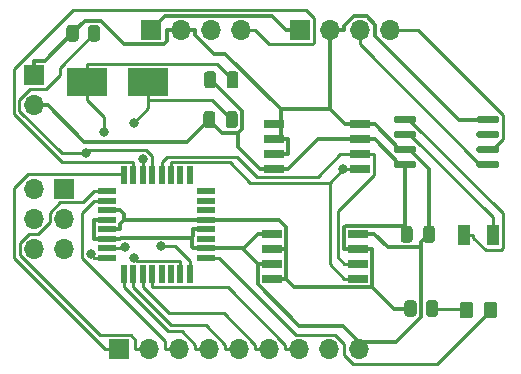
<source format=gtl>
G04 #@! TF.GenerationSoftware,KiCad,Pcbnew,5.1.7-a382d34a8~87~ubuntu20.04.1*
G04 #@! TF.CreationDate,2020-11-09T21:14:28-03:00*
G04 #@! TF.ProjectId,Arduino_Clone,41726475-696e-46f5-9f43-6c6f6e652e6b,1*
G04 #@! TF.SameCoordinates,Original*
G04 #@! TF.FileFunction,Copper,L1,Top*
G04 #@! TF.FilePolarity,Positive*
%FSLAX46Y46*%
G04 Gerber Fmt 4.6, Leading zero omitted, Abs format (unit mm)*
G04 Created by KiCad (PCBNEW 5.1.7-a382d34a8~87~ubuntu20.04.1) date 2020-11-09 21:14:28*
%MOMM*%
%LPD*%
G01*
G04 APERTURE LIST*
G04 #@! TA.AperFunction,ComponentPad*
%ADD10R,1.700000X1.700000*%
G04 #@! TD*
G04 #@! TA.AperFunction,ComponentPad*
%ADD11O,1.700000X1.700000*%
G04 #@! TD*
G04 #@! TA.AperFunction,SMDPad,CuDef*
%ADD12R,1.700000X0.650000*%
G04 #@! TD*
G04 #@! TA.AperFunction,SMDPad,CuDef*
%ADD13R,0.550000X1.500000*%
G04 #@! TD*
G04 #@! TA.AperFunction,SMDPad,CuDef*
%ADD14R,1.500000X0.550000*%
G04 #@! TD*
G04 #@! TA.AperFunction,SMDPad,CuDef*
%ADD15R,1.000000X1.800000*%
G04 #@! TD*
G04 #@! TA.AperFunction,SMDPad,CuDef*
%ADD16R,3.500000X2.400000*%
G04 #@! TD*
G04 #@! TA.AperFunction,ViaPad*
%ADD17C,0.800000*%
G04 #@! TD*
G04 #@! TA.AperFunction,Conductor*
%ADD18C,0.300000*%
G04 #@! TD*
G04 #@! TA.AperFunction,Conductor*
%ADD19C,0.250000*%
G04 #@! TD*
G04 APERTURE END LIST*
D10*
X80645000Y-50482500D03*
D11*
X80645000Y-53022500D03*
G04 #@! TA.AperFunction,SMDPad,CuDef*
G36*
G01*
X95004000Y-54704000D02*
X95004000Y-53754000D01*
G75*
G02*
X95254000Y-53504000I250000J0D01*
G01*
X95754000Y-53504000D01*
G75*
G02*
X96004000Y-53754000I0J-250000D01*
G01*
X96004000Y-54704000D01*
G75*
G02*
X95754000Y-54954000I-250000J0D01*
G01*
X95254000Y-54954000D01*
G75*
G02*
X95004000Y-54704000I0J250000D01*
G01*
G37*
G04 #@! TD.AperFunction*
G04 #@! TA.AperFunction,SMDPad,CuDef*
G36*
G01*
X96904000Y-54704000D02*
X96904000Y-53754000D01*
G75*
G02*
X97154000Y-53504000I250000J0D01*
G01*
X97654000Y-53504000D01*
G75*
G02*
X97904000Y-53754000I0J-250000D01*
G01*
X97904000Y-54704000D01*
G75*
G02*
X97654000Y-54954000I-250000J0D01*
G01*
X97154000Y-54954000D01*
G75*
G02*
X96904000Y-54704000I0J250000D01*
G01*
G37*
G04 #@! TD.AperFunction*
G04 #@! TA.AperFunction,SMDPad,CuDef*
G36*
G01*
X96972500Y-51338500D02*
X96972500Y-50388500D01*
G75*
G02*
X97222500Y-50138500I250000J0D01*
G01*
X97722500Y-50138500D01*
G75*
G02*
X97972500Y-50388500I0J-250000D01*
G01*
X97972500Y-51338500D01*
G75*
G02*
X97722500Y-51588500I-250000J0D01*
G01*
X97222500Y-51588500D01*
G75*
G02*
X96972500Y-51338500I0J250000D01*
G01*
G37*
G04 #@! TD.AperFunction*
G04 #@! TA.AperFunction,SMDPad,CuDef*
G36*
G01*
X95072500Y-51338500D02*
X95072500Y-50388500D01*
G75*
G02*
X95322500Y-50138500I250000J0D01*
G01*
X95822500Y-50138500D01*
G75*
G02*
X96072500Y-50388500I0J-250000D01*
G01*
X96072500Y-51338500D01*
G75*
G02*
X95822500Y-51588500I-250000J0D01*
G01*
X95322500Y-51588500D01*
G75*
G02*
X95072500Y-51338500I0J250000D01*
G01*
G37*
G04 #@! TD.AperFunction*
G04 #@! TA.AperFunction,SMDPad,CuDef*
G36*
G01*
X114610000Y-63469500D02*
X114610000Y-64419500D01*
G75*
G02*
X114360000Y-64669500I-250000J0D01*
G01*
X113860000Y-64669500D01*
G75*
G02*
X113610000Y-64419500I0J250000D01*
G01*
X113610000Y-63469500D01*
G75*
G02*
X113860000Y-63219500I250000J0D01*
G01*
X114360000Y-63219500D01*
G75*
G02*
X114610000Y-63469500I0J-250000D01*
G01*
G37*
G04 #@! TD.AperFunction*
G04 #@! TA.AperFunction,SMDPad,CuDef*
G36*
G01*
X112710000Y-63469500D02*
X112710000Y-64419500D01*
G75*
G02*
X112460000Y-64669500I-250000J0D01*
G01*
X111960000Y-64669500D01*
G75*
G02*
X111710000Y-64419500I0J250000D01*
G01*
X111710000Y-63469500D01*
G75*
G02*
X111960000Y-63219500I250000J0D01*
G01*
X112460000Y-63219500D01*
G75*
G02*
X112710000Y-63469500I0J-250000D01*
G01*
G37*
G04 #@! TD.AperFunction*
G04 #@! TA.AperFunction,SMDPad,CuDef*
G36*
G01*
X116692000Y-70808001D02*
X116692000Y-69907999D01*
G75*
G02*
X116941999Y-69658000I249999J0D01*
G01*
X117592001Y-69658000D01*
G75*
G02*
X117842000Y-69907999I0J-249999D01*
G01*
X117842000Y-70808001D01*
G75*
G02*
X117592001Y-71058000I-249999J0D01*
G01*
X116941999Y-71058000D01*
G75*
G02*
X116692000Y-70808001I0J249999D01*
G01*
G37*
G04 #@! TD.AperFunction*
G04 #@! TA.AperFunction,SMDPad,CuDef*
G36*
G01*
X118742000Y-70808001D02*
X118742000Y-69907999D01*
G75*
G02*
X118991999Y-69658000I249999J0D01*
G01*
X119642001Y-69658000D01*
G75*
G02*
X119892000Y-69907999I0J-249999D01*
G01*
X119892000Y-70808001D01*
G75*
G02*
X119642001Y-71058000I-249999J0D01*
G01*
X118991999Y-71058000D01*
G75*
G02*
X118742000Y-70808001I0J249999D01*
G01*
G37*
G04 #@! TD.AperFunction*
X98171000Y-46672500D03*
X95631000Y-46672500D03*
X93091000Y-46672500D03*
D10*
X90551000Y-46672500D03*
X87884000Y-73660000D03*
D11*
X90424000Y-73660000D03*
X92964000Y-73660000D03*
X95504000Y-73660000D03*
X98044000Y-73660000D03*
X100584000Y-73660000D03*
X103124000Y-73660000D03*
X105664000Y-73660000D03*
X108204000Y-73660000D03*
D10*
X83185000Y-60071000D03*
D11*
X80645000Y-60071000D03*
X83185000Y-62611000D03*
X80645000Y-62611000D03*
X83185000Y-65151000D03*
X80645000Y-65151000D03*
D10*
X103188000Y-46672500D03*
D11*
X105728000Y-46672500D03*
X108268000Y-46672500D03*
X110808000Y-46672500D03*
G04 #@! TA.AperFunction,SMDPad,CuDef*
G36*
G01*
X114876000Y-69780999D02*
X114876000Y-70681001D01*
G75*
G02*
X114626001Y-70931000I-249999J0D01*
G01*
X114100999Y-70931000D01*
G75*
G02*
X113851000Y-70681001I0J249999D01*
G01*
X113851000Y-69780999D01*
G75*
G02*
X114100999Y-69531000I249999J0D01*
G01*
X114626001Y-69531000D01*
G75*
G02*
X114876000Y-69780999I0J-249999D01*
G01*
G37*
G04 #@! TD.AperFunction*
G04 #@! TA.AperFunction,SMDPad,CuDef*
G36*
G01*
X113051000Y-69780999D02*
X113051000Y-70681001D01*
G75*
G02*
X112801001Y-70931000I-249999J0D01*
G01*
X112275999Y-70931000D01*
G75*
G02*
X112026000Y-70681001I0J249999D01*
G01*
X112026000Y-69780999D01*
G75*
G02*
X112275999Y-69531000I249999J0D01*
G01*
X112801001Y-69531000D01*
G75*
G02*
X113051000Y-69780999I0J-249999D01*
G01*
G37*
G04 #@! TD.AperFunction*
G04 #@! TA.AperFunction,SMDPad,CuDef*
G36*
G01*
X84433500Y-46476499D02*
X84433500Y-47376501D01*
G75*
G02*
X84183501Y-47626500I-249999J0D01*
G01*
X83658499Y-47626500D01*
G75*
G02*
X83408500Y-47376501I0J249999D01*
G01*
X83408500Y-46476499D01*
G75*
G02*
X83658499Y-46226500I249999J0D01*
G01*
X84183501Y-46226500D01*
G75*
G02*
X84433500Y-46476499I0J-249999D01*
G01*
G37*
G04 #@! TD.AperFunction*
G04 #@! TA.AperFunction,SMDPad,CuDef*
G36*
G01*
X86258500Y-46476499D02*
X86258500Y-47376501D01*
G75*
G02*
X86008501Y-47626500I-249999J0D01*
G01*
X85483499Y-47626500D01*
G75*
G02*
X85233500Y-47376501I0J249999D01*
G01*
X85233500Y-46476499D01*
G75*
G02*
X85483499Y-46226500I249999J0D01*
G01*
X86008501Y-46226500D01*
G75*
G02*
X86258500Y-46476499I0J-249999D01*
G01*
G37*
G04 #@! TD.AperFunction*
G04 #@! TA.AperFunction,SMDPad,CuDef*
G36*
G01*
X111120000Y-54379000D02*
X111120000Y-54079000D01*
G75*
G02*
X111270000Y-53929000I150000J0D01*
G01*
X112870000Y-53929000D01*
G75*
G02*
X113020000Y-54079000I0J-150000D01*
G01*
X113020000Y-54379000D01*
G75*
G02*
X112870000Y-54529000I-150000J0D01*
G01*
X111270000Y-54529000D01*
G75*
G02*
X111120000Y-54379000I0J150000D01*
G01*
G37*
G04 #@! TD.AperFunction*
G04 #@! TA.AperFunction,SMDPad,CuDef*
G36*
G01*
X111120000Y-55649000D02*
X111120000Y-55349000D01*
G75*
G02*
X111270000Y-55199000I150000J0D01*
G01*
X112870000Y-55199000D01*
G75*
G02*
X113020000Y-55349000I0J-150000D01*
G01*
X113020000Y-55649000D01*
G75*
G02*
X112870000Y-55799000I-150000J0D01*
G01*
X111270000Y-55799000D01*
G75*
G02*
X111120000Y-55649000I0J150000D01*
G01*
G37*
G04 #@! TD.AperFunction*
G04 #@! TA.AperFunction,SMDPad,CuDef*
G36*
G01*
X111120000Y-56919000D02*
X111120000Y-56619000D01*
G75*
G02*
X111270000Y-56469000I150000J0D01*
G01*
X112870000Y-56469000D01*
G75*
G02*
X113020000Y-56619000I0J-150000D01*
G01*
X113020000Y-56919000D01*
G75*
G02*
X112870000Y-57069000I-150000J0D01*
G01*
X111270000Y-57069000D01*
G75*
G02*
X111120000Y-56919000I0J150000D01*
G01*
G37*
G04 #@! TD.AperFunction*
G04 #@! TA.AperFunction,SMDPad,CuDef*
G36*
G01*
X111120000Y-58189000D02*
X111120000Y-57889000D01*
G75*
G02*
X111270000Y-57739000I150000J0D01*
G01*
X112870000Y-57739000D01*
G75*
G02*
X113020000Y-57889000I0J-150000D01*
G01*
X113020000Y-58189000D01*
G75*
G02*
X112870000Y-58339000I-150000J0D01*
G01*
X111270000Y-58339000D01*
G75*
G02*
X111120000Y-58189000I0J150000D01*
G01*
G37*
G04 #@! TD.AperFunction*
G04 #@! TA.AperFunction,SMDPad,CuDef*
G36*
G01*
X118120000Y-58189000D02*
X118120000Y-57889000D01*
G75*
G02*
X118270000Y-57739000I150000J0D01*
G01*
X119870000Y-57739000D01*
G75*
G02*
X120020000Y-57889000I0J-150000D01*
G01*
X120020000Y-58189000D01*
G75*
G02*
X119870000Y-58339000I-150000J0D01*
G01*
X118270000Y-58339000D01*
G75*
G02*
X118120000Y-58189000I0J150000D01*
G01*
G37*
G04 #@! TD.AperFunction*
G04 #@! TA.AperFunction,SMDPad,CuDef*
G36*
G01*
X118120000Y-56919000D02*
X118120000Y-56619000D01*
G75*
G02*
X118270000Y-56469000I150000J0D01*
G01*
X119870000Y-56469000D01*
G75*
G02*
X120020000Y-56619000I0J-150000D01*
G01*
X120020000Y-56919000D01*
G75*
G02*
X119870000Y-57069000I-150000J0D01*
G01*
X118270000Y-57069000D01*
G75*
G02*
X118120000Y-56919000I0J150000D01*
G01*
G37*
G04 #@! TD.AperFunction*
G04 #@! TA.AperFunction,SMDPad,CuDef*
G36*
G01*
X118120000Y-55649000D02*
X118120000Y-55349000D01*
G75*
G02*
X118270000Y-55199000I150000J0D01*
G01*
X119870000Y-55199000D01*
G75*
G02*
X120020000Y-55349000I0J-150000D01*
G01*
X120020000Y-55649000D01*
G75*
G02*
X119870000Y-55799000I-150000J0D01*
G01*
X118270000Y-55799000D01*
G75*
G02*
X118120000Y-55649000I0J150000D01*
G01*
G37*
G04 #@! TD.AperFunction*
G04 #@! TA.AperFunction,SMDPad,CuDef*
G36*
G01*
X118120000Y-54379000D02*
X118120000Y-54079000D01*
G75*
G02*
X118270000Y-53929000I150000J0D01*
G01*
X119870000Y-53929000D01*
G75*
G02*
X120020000Y-54079000I0J-150000D01*
G01*
X120020000Y-54379000D01*
G75*
G02*
X119870000Y-54529000I-150000J0D01*
G01*
X118270000Y-54529000D01*
G75*
G02*
X118120000Y-54379000I0J150000D01*
G01*
G37*
G04 #@! TD.AperFunction*
D12*
X100998000Y-54610000D03*
X100998000Y-55880000D03*
X100998000Y-57150000D03*
X100998000Y-58420000D03*
X108298000Y-58420000D03*
X108298000Y-57150000D03*
X108298000Y-55880000D03*
X108298000Y-54610000D03*
X108108000Y-63881000D03*
X108108000Y-65151000D03*
X108108000Y-66421000D03*
X108108000Y-67691000D03*
X100808000Y-67691000D03*
X100808000Y-66421000D03*
X100808000Y-65151000D03*
X100808000Y-63881000D03*
D13*
X88259000Y-67319000D03*
D14*
X86859000Y-60319000D03*
X86859000Y-61119000D03*
X86859000Y-61919000D03*
X86859000Y-62719000D03*
X86859000Y-63519000D03*
X86859000Y-64319000D03*
X86859000Y-65119000D03*
X86859000Y-65919000D03*
D13*
X89059000Y-67319000D03*
X89859000Y-67319000D03*
X90659000Y-67319000D03*
X91459000Y-67319000D03*
X92259000Y-67319000D03*
X93059000Y-67319000D03*
X93859000Y-67319000D03*
D14*
X95259000Y-65919000D03*
X95259000Y-65119000D03*
X95259000Y-64319000D03*
X95259000Y-63519000D03*
X95259000Y-62719000D03*
X95259000Y-61919000D03*
X95259000Y-61119000D03*
X95259000Y-60319000D03*
D13*
X93859000Y-58919000D03*
X93059000Y-58919000D03*
X92259000Y-58919000D03*
X91459000Y-58919000D03*
X90659000Y-58919000D03*
X89859000Y-58919000D03*
X89059000Y-58919000D03*
X88259000Y-58919000D03*
D15*
X117030000Y-64008000D03*
X119530000Y-64008000D03*
D16*
X85153500Y-51054000D03*
X90353500Y-51054000D03*
D17*
X88376700Y-64986700D03*
X89106300Y-54479600D03*
X85507200Y-65642500D03*
X86574100Y-55305500D03*
X89859000Y-57533600D03*
X91404100Y-64966100D03*
X89098300Y-65948600D03*
X85081200Y-57092800D03*
X106845700Y-58420000D03*
D18*
X113451000Y-65022500D02*
X113451000Y-64603500D01*
X113451000Y-64603500D02*
X114110000Y-63944500D01*
X108204000Y-73059800D02*
X111311800Y-73059800D01*
X111311800Y-73059800D02*
X113451000Y-70920600D01*
X113451000Y-70920600D02*
X113451000Y-65022500D01*
X113451000Y-65022500D02*
X110599200Y-65022500D01*
X110599200Y-65022500D02*
X109457700Y-63881000D01*
X109457700Y-63881000D02*
X108108000Y-63881000D01*
X99607700Y-66421000D02*
X99607700Y-68193200D01*
X99607700Y-68193200D02*
X103108500Y-71694000D01*
X103108500Y-71694000D02*
X106838200Y-71694000D01*
X106838200Y-71694000D02*
X108204000Y-73059800D01*
X98337700Y-65151000D02*
X99607700Y-66421000D01*
X95259000Y-65119000D02*
X98305700Y-65119000D01*
X98305700Y-65119000D02*
X98337700Y-65151000D01*
X98337700Y-65151000D02*
X99607700Y-63881000D01*
X100808000Y-63881000D02*
X99607700Y-63881000D01*
X100808000Y-66421000D02*
X99607700Y-66421000D01*
X94834000Y-65119000D02*
X95259000Y-65119000D01*
X108204000Y-73660000D02*
X108204000Y-73059800D01*
X108298000Y-54610000D02*
X106961700Y-54610000D01*
X106961700Y-54610000D02*
X105728000Y-53376300D01*
X108898200Y-54610000D02*
X108298000Y-54610000D01*
X105728000Y-46672500D02*
X106928300Y-46672500D01*
X106928300Y-46672500D02*
X106928300Y-46297400D01*
X106928300Y-46297400D02*
X107760200Y-45465500D01*
X107760200Y-45465500D02*
X108819700Y-45465500D01*
X108819700Y-45465500D02*
X109538000Y-46183800D01*
X109538000Y-46183800D02*
X109538000Y-47146700D01*
X109538000Y-47146700D02*
X116620300Y-54229000D01*
X116620300Y-54229000D02*
X119070000Y-54229000D01*
X105728000Y-46672500D02*
X105728000Y-53376300D01*
X108898200Y-54610000D02*
X109498300Y-54610000D01*
X95259000Y-63519000D02*
X94158700Y-63519000D01*
X94044400Y-64215800D02*
X88062500Y-64215800D01*
X88062500Y-64215800D02*
X87959300Y-64319000D01*
X94158700Y-65119000D02*
X94044400Y-65004700D01*
X94044400Y-65004700D02*
X94044400Y-64215800D01*
X94158700Y-63519000D02*
X94158700Y-64101500D01*
X94158700Y-64101500D02*
X94044400Y-64215800D01*
X93091000Y-46672500D02*
X91890700Y-46672500D01*
X112070000Y-56769000D02*
X112457900Y-56769000D01*
X112457900Y-56769000D02*
X114110000Y-58421100D01*
X114110000Y-58421100D02*
X114110000Y-63944500D01*
X101598200Y-55880000D02*
X101598200Y-54610000D01*
X101598200Y-55880000D02*
X102198300Y-55880000D01*
X100998000Y-55880000D02*
X101598200Y-55880000D01*
X100998000Y-57150000D02*
X102198300Y-57150000D01*
X102198300Y-57150000D02*
X102198300Y-55880000D01*
X105728000Y-53376300D02*
X101598200Y-53376300D01*
X101598200Y-53376300D02*
X96862000Y-48640100D01*
X96862000Y-48640100D02*
X95885800Y-48640100D01*
X95885800Y-48640100D02*
X94291300Y-47045600D01*
X94291300Y-47045600D02*
X94291300Y-46672500D01*
X101598200Y-54610000D02*
X101598200Y-53376300D01*
X83921000Y-46926500D02*
X84979200Y-45868300D01*
X84979200Y-45868300D02*
X86297800Y-45868300D01*
X86297800Y-45868300D02*
X88302400Y-47872900D01*
X88302400Y-47872900D02*
X91627000Y-47872900D01*
X91627000Y-47872900D02*
X91890700Y-47609200D01*
X91890700Y-47609200D02*
X91890700Y-46672500D01*
X83921000Y-46926500D02*
X81565300Y-49282200D01*
X81565300Y-49282200D02*
X80645000Y-49282200D01*
X80645000Y-50482500D02*
X80645000Y-49282200D01*
X93091000Y-46672500D02*
X94291300Y-46672500D01*
X100998000Y-54610000D02*
X101598200Y-54610000D01*
X94834000Y-65119000D02*
X94158700Y-65119000D01*
X86859000Y-64319000D02*
X85758700Y-64319000D01*
X86859000Y-64319000D02*
X87959300Y-64319000D01*
X86859000Y-62719000D02*
X85758700Y-62719000D01*
X85758700Y-64319000D02*
X85758700Y-62719000D01*
X112070000Y-56769000D02*
X111657300Y-56769000D01*
X111657300Y-56769000D02*
X109498300Y-54610000D01*
X112070000Y-63204400D02*
X112070000Y-63804500D01*
X112070000Y-63804500D02*
X112210000Y-63944500D01*
X112070000Y-58039000D02*
X112070000Y-63204400D01*
X106907700Y-65151000D02*
X106907700Y-63354900D01*
X106907700Y-63354900D02*
X107058200Y-63204400D01*
X107058200Y-63204400D02*
X112070000Y-63204400D01*
X108108000Y-65151000D02*
X106907700Y-65151000D01*
X108583100Y-65151000D02*
X108108000Y-65151000D01*
X108583100Y-65151000D02*
X109308300Y-65151000D01*
X109308300Y-65151000D02*
X109308300Y-68378700D01*
X102008300Y-67691000D02*
X102008300Y-65151000D01*
X109308300Y-68378700D02*
X102696000Y-68378700D01*
X102696000Y-68378700D02*
X102008300Y-67691000D01*
X100808000Y-67691000D02*
X102008300Y-67691000D01*
X95504000Y-54229000D02*
X93624100Y-56108900D01*
X93624100Y-56108900D02*
X84931700Y-56108900D01*
X84931700Y-56108900D02*
X81845300Y-53022500D01*
X80645000Y-53022500D02*
X81845300Y-53022500D01*
X97939600Y-55326300D02*
X96601300Y-55326300D01*
X96601300Y-55326300D02*
X95504000Y-54229000D01*
X109308300Y-68378700D02*
X111160600Y-70231000D01*
X111160600Y-70231000D02*
X112538500Y-70231000D01*
X95259000Y-62719000D02*
X101381800Y-62719000D01*
X101381800Y-62719000D02*
X102008300Y-63345500D01*
X102008300Y-63345500D02*
X102008300Y-65151000D01*
X100808000Y-65151000D02*
X102008300Y-65151000D01*
X88297000Y-62719000D02*
X95259000Y-62719000D01*
X100998000Y-58420000D02*
X102198300Y-58420000D01*
X102198300Y-58420000D02*
X104738300Y-55880000D01*
X104738300Y-55880000D02*
X108298000Y-55880000D01*
X100397900Y-58420000D02*
X100998000Y-58420000D01*
X100397900Y-58420000D02*
X99797700Y-58420000D01*
X99797700Y-58420000D02*
X97939600Y-56561900D01*
X97939600Y-56561900D02*
X97939600Y-55326300D01*
X103188000Y-46672500D02*
X101987700Y-46672500D01*
X90551000Y-46672500D02*
X91751300Y-45472200D01*
X91751300Y-45472200D02*
X100787400Y-45472200D01*
X100787400Y-45472200D02*
X101987700Y-46672500D01*
X108298000Y-55880000D02*
X109498300Y-55880000D01*
X109498300Y-55880000D02*
X111657300Y-58039000D01*
X111657300Y-58039000D02*
X112070000Y-58039000D01*
X95572500Y-50863500D02*
X95664100Y-50863500D01*
X95664100Y-50863500D02*
X98277000Y-53476400D01*
X98277000Y-53476400D02*
X98277000Y-54988900D01*
X98277000Y-54988900D02*
X97939600Y-55326300D01*
X88297000Y-62719000D02*
X88297000Y-62256700D01*
X88297000Y-62256700D02*
X87959300Y-61919000D01*
X87959300Y-63519000D02*
X87959300Y-63056700D01*
X87959300Y-63056700D02*
X88297000Y-62719000D01*
X86859000Y-61919000D02*
X87959300Y-61919000D01*
X86859000Y-63519000D02*
X87959300Y-63519000D01*
D19*
X90353500Y-52579300D02*
X90353500Y-53232400D01*
X90353500Y-53232400D02*
X89106300Y-54479600D01*
X97404000Y-54229000D02*
X95754300Y-52579300D01*
X95754300Y-52579300D02*
X90353500Y-52579300D01*
X88376700Y-64986700D02*
X88066600Y-64986700D01*
X88066600Y-64986700D02*
X87934300Y-65119000D01*
X86859000Y-65119000D02*
X87934300Y-65119000D01*
X90353500Y-51054000D02*
X90353500Y-52579300D01*
X85783700Y-65919000D02*
X85507200Y-65642500D01*
X85153500Y-51054000D02*
X85153500Y-52579300D01*
X85153500Y-52579300D02*
X86574100Y-53999900D01*
X86574100Y-53999900D02*
X86574100Y-55305500D01*
X85153500Y-50893300D02*
X85153500Y-51054000D01*
X86859000Y-65919000D02*
X85783700Y-65919000D01*
X85153500Y-50893300D02*
X85153500Y-49528700D01*
X85153500Y-49528700D02*
X96137700Y-49528700D01*
X96137700Y-49528700D02*
X97472500Y-50863500D01*
X114363500Y-70231000D02*
X117140000Y-70231000D01*
X117140000Y-70231000D02*
X117267000Y-70358000D01*
X95259000Y-65919000D02*
X96334300Y-65919000D01*
X96334300Y-65919000D02*
X102877400Y-72462100D01*
X102877400Y-72462100D02*
X106178300Y-72462100D01*
X106178300Y-72462100D02*
X106934000Y-73217800D01*
X106934000Y-73217800D02*
X106934000Y-74127800D01*
X106934000Y-74127800D02*
X107697100Y-74890900D01*
X107697100Y-74890900D02*
X114784100Y-74890900D01*
X114784100Y-74890900D02*
X119317000Y-70358000D01*
X98171000Y-46672500D02*
X99346300Y-46672500D01*
X89059000Y-58919000D02*
X89059000Y-57843700D01*
X89059000Y-57843700D02*
X83074600Y-57843700D01*
X83074600Y-57843700D02*
X78959600Y-53728700D01*
X78959600Y-53728700D02*
X78959600Y-49986100D01*
X78959600Y-49986100D02*
X83990500Y-44955200D01*
X83990500Y-44955200D02*
X103690500Y-44955200D01*
X103690500Y-44955200D02*
X104363400Y-45628100D01*
X104363400Y-45628100D02*
X104363400Y-47709200D01*
X104363400Y-47709200D02*
X104224800Y-47847800D01*
X104224800Y-47847800D02*
X100521600Y-47847800D01*
X100521600Y-47847800D02*
X99346300Y-46672500D01*
X89859000Y-58919000D02*
X89859000Y-57533600D01*
X87884000Y-73660000D02*
X86708700Y-73660000D01*
X88259000Y-58919000D02*
X88199800Y-58859800D01*
X88199800Y-58859800D02*
X80186000Y-58859800D01*
X80186000Y-58859800D02*
X78991000Y-60054800D01*
X78991000Y-60054800D02*
X78991000Y-65942300D01*
X78991000Y-65942300D02*
X86708700Y-73660000D01*
X90424000Y-73660000D02*
X89248700Y-73660000D01*
X86859000Y-60319000D02*
X85776600Y-60319000D01*
X85776600Y-60319000D02*
X84849200Y-61246400D01*
X84849200Y-61246400D02*
X82849400Y-61246400D01*
X82849400Y-61246400D02*
X81984800Y-62111000D01*
X81984800Y-62111000D02*
X81984800Y-62935400D01*
X81984800Y-62935400D02*
X81039200Y-63881000D01*
X81039200Y-63881000D02*
X80242200Y-63881000D01*
X80242200Y-63881000D02*
X79449400Y-64673800D01*
X79449400Y-64673800D02*
X79449400Y-65706900D01*
X79449400Y-65706900D02*
X86227200Y-72484700D01*
X86227200Y-72484700D02*
X88881500Y-72484700D01*
X88881500Y-72484700D02*
X89248700Y-72851900D01*
X89248700Y-72851900D02*
X89248700Y-73660000D01*
X92964000Y-73660000D02*
X91788700Y-73660000D01*
X86859000Y-61119000D02*
X85783700Y-61119000D01*
X85783700Y-61119000D02*
X84752700Y-62150000D01*
X84752700Y-62150000D02*
X84752700Y-65970000D01*
X84752700Y-65970000D02*
X91788700Y-73006000D01*
X91788700Y-73006000D02*
X91788700Y-73660000D01*
X88259000Y-68394300D02*
X92017200Y-72152500D01*
X92017200Y-72152500D02*
X93163700Y-72152500D01*
X93163700Y-72152500D02*
X94328700Y-73317500D01*
X94328700Y-73317500D02*
X94328700Y-73660000D01*
X95504000Y-73660000D02*
X94328700Y-73660000D01*
X88259000Y-67319000D02*
X88259000Y-68394300D01*
X98044000Y-73660000D02*
X96868700Y-73660000D01*
X89059000Y-67319000D02*
X89059000Y-68394300D01*
X89059000Y-68394300D02*
X92291100Y-71626400D01*
X92291100Y-71626400D02*
X95202400Y-71626400D01*
X95202400Y-71626400D02*
X96868700Y-73292700D01*
X96868700Y-73292700D02*
X96868700Y-73660000D01*
X89859000Y-68394300D02*
X92101100Y-70636400D01*
X92101100Y-70636400D02*
X96752400Y-70636400D01*
X96752400Y-70636400D02*
X99408700Y-73292700D01*
X99408700Y-73292700D02*
X99408700Y-73660000D01*
X100584000Y-73660000D02*
X99408700Y-73660000D01*
X89859000Y-67319000D02*
X89859000Y-68394300D01*
X103124000Y-73660000D02*
X101948700Y-73660000D01*
X90659000Y-67319000D02*
X90659000Y-68394300D01*
X90659000Y-68394300D02*
X97050300Y-68394300D01*
X97050300Y-68394300D02*
X101948700Y-73292700D01*
X101948700Y-73292700D02*
X101948700Y-73660000D01*
X93859000Y-67319000D02*
X93859000Y-66243700D01*
X93859000Y-66243700D02*
X92581400Y-64966100D01*
X92581400Y-64966100D02*
X91404100Y-64966100D01*
X119070000Y-56769000D02*
X119468800Y-56769000D01*
X119468800Y-56769000D02*
X120351100Y-55886700D01*
X120351100Y-55886700D02*
X120351100Y-53869100D01*
X120351100Y-53869100D02*
X113154500Y-46672500D01*
X113154500Y-46672500D02*
X110808000Y-46672500D01*
X93059000Y-67319000D02*
X93059000Y-66243700D01*
X93059000Y-66243700D02*
X89393400Y-66243700D01*
X89393400Y-66243700D02*
X89098300Y-65948600D01*
X90659000Y-58919000D02*
X90659000Y-57273900D01*
X90659000Y-57273900D02*
X90177000Y-56791900D01*
X90177000Y-56791900D02*
X85382100Y-56791900D01*
X85382100Y-56791900D02*
X85081200Y-57092800D01*
X85746000Y-46926500D02*
X82845100Y-49827400D01*
X82845100Y-49827400D02*
X82845100Y-50495100D01*
X82845100Y-50495100D02*
X81682300Y-51657900D01*
X81682300Y-51657900D02*
X80299700Y-51657900D01*
X80299700Y-51657900D02*
X79423300Y-52534300D01*
X79423300Y-52534300D02*
X79423300Y-53516100D01*
X79423300Y-53516100D02*
X83000000Y-57092800D01*
X83000000Y-57092800D02*
X85081200Y-57092800D01*
X105695600Y-59570100D02*
X106845700Y-58420000D01*
X92259000Y-57843700D02*
X97217200Y-57843700D01*
X97217200Y-57843700D02*
X98943600Y-59570100D01*
X98943600Y-59570100D02*
X105695600Y-59570100D01*
X106932700Y-67691000D02*
X105695600Y-66453900D01*
X105695600Y-66453900D02*
X105695600Y-59570100D01*
X108108000Y-67691000D02*
X106932700Y-67691000D01*
X92259000Y-58919000D02*
X92259000Y-57843700D01*
X107235300Y-58420000D02*
X106845700Y-58420000D01*
X108298000Y-58420000D02*
X107235300Y-58420000D01*
X119070000Y-58039000D02*
X118459200Y-58039000D01*
X118459200Y-58039000D02*
X108268000Y-47847800D01*
X108268000Y-46672500D02*
X108268000Y-47847800D01*
X117030000Y-64008000D02*
X117855300Y-64008000D01*
X117855300Y-64008000D02*
X117855300Y-64214300D01*
X117855300Y-64214300D02*
X118889900Y-65248900D01*
X118889900Y-65248900D02*
X120193400Y-65248900D01*
X120193400Y-65248900D02*
X120358100Y-65084200D01*
X120358100Y-65084200D02*
X120358100Y-62164800D01*
X120358100Y-62164800D02*
X112422300Y-54229000D01*
X112422300Y-54229000D02*
X112070000Y-54229000D01*
X119530000Y-64008000D02*
X119530000Y-62511900D01*
X119530000Y-62511900D02*
X112517100Y-55499000D01*
X112517100Y-55499000D02*
X112070000Y-55499000D01*
X107122700Y-57150000D02*
X106601000Y-57150000D01*
X106601000Y-57150000D02*
X104680600Y-59070400D01*
X104680600Y-59070400D02*
X99569700Y-59070400D01*
X99569700Y-59070400D02*
X97882000Y-57382700D01*
X97882000Y-57382700D02*
X91920000Y-57382700D01*
X91920000Y-57382700D02*
X91459000Y-57843700D01*
X108298000Y-57150000D02*
X107122700Y-57150000D01*
X91459000Y-58919000D02*
X91459000Y-57843700D01*
X106932700Y-66421000D02*
X106390600Y-65878900D01*
X106390600Y-65878900D02*
X106390600Y-62009800D01*
X106390600Y-62009800D02*
X109473300Y-58927100D01*
X109473300Y-58927100D02*
X109473300Y-57150000D01*
X108108000Y-66421000D02*
X106932700Y-66421000D01*
X108298000Y-57150000D02*
X109473300Y-57150000D01*
M02*

</source>
